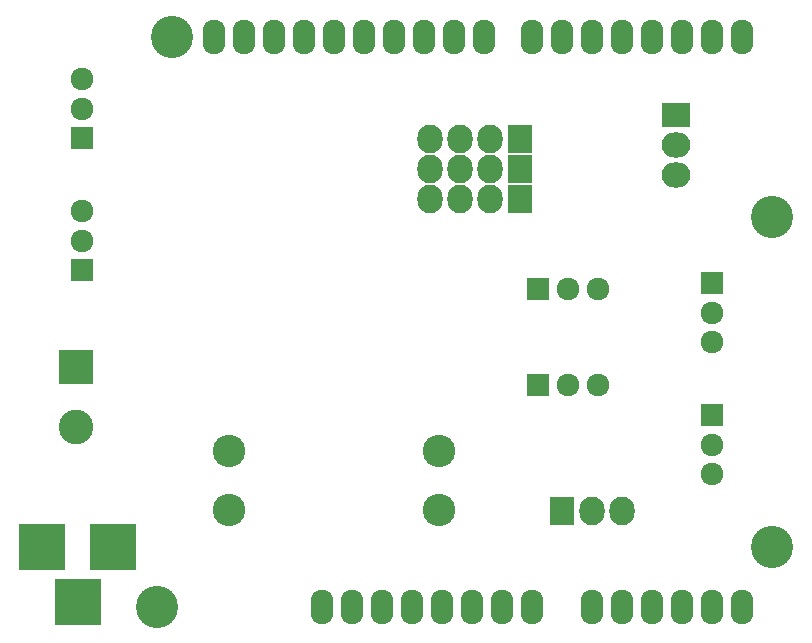
<source format=gbs>
G04 #@! TF.FileFunction,Soldermask,Bot*
%FSLAX46Y46*%
G04 Gerber Fmt 4.6, Leading zero omitted, Abs format (unit mm)*
G04 Created by KiCad (PCBNEW 4.0.1-product) date ven 26 aoû 2016 17:54:14 CEST*
%MOMM*%
G01*
G04 APERTURE LIST*
%ADD10C,0.100000*%
%ADD11R,2.127200X2.432000*%
%ADD12O,2.127200X2.432000*%
%ADD13R,2.940000X2.940000*%
%ADD14C,2.940000*%
%ADD15R,2.432000X2.127200*%
%ADD16O,2.432000X2.127200*%
%ADD17R,1.924000X1.924000*%
%ADD18C,1.924000*%
%ADD19R,3.900120X3.900120*%
%ADD20C,2.749500*%
%ADD21C,3.575000*%
%ADD22O,1.924000X2.940000*%
G04 APERTURE END LIST*
D10*
D11*
X104648000Y-65024000D03*
D12*
X102108000Y-65024000D03*
X99568000Y-65024000D03*
X97028000Y-65024000D03*
D11*
X104648000Y-67564000D03*
D12*
X102108000Y-67564000D03*
X99568000Y-67564000D03*
X97028000Y-67564000D03*
D11*
X104648000Y-70104000D03*
D12*
X102108000Y-70104000D03*
X99568000Y-70104000D03*
X97028000Y-70104000D03*
D11*
X108204000Y-96520000D03*
D12*
X110744000Y-96520000D03*
X113284000Y-96520000D03*
D13*
X67056000Y-84328000D03*
D14*
X67056000Y-89408000D03*
D15*
X117856000Y-62992000D03*
D16*
X117856000Y-65532000D03*
X117856000Y-68072000D03*
D17*
X67564000Y-76160000D03*
D18*
X67564000Y-73660000D03*
X67564000Y-71160000D03*
D17*
X67564000Y-64984000D03*
D18*
X67564000Y-62484000D03*
X67564000Y-59984000D03*
D17*
X120904000Y-88432000D03*
D18*
X120904000Y-90932000D03*
X120904000Y-93432000D03*
D17*
X106212000Y-77724000D03*
D18*
X108712000Y-77724000D03*
X111212000Y-77724000D03*
D17*
X106212000Y-85852000D03*
D18*
X108712000Y-85852000D03*
X111212000Y-85852000D03*
D19*
X70208140Y-99568000D03*
X64208660Y-99568000D03*
X67208400Y-104267000D03*
D17*
X120904000Y-77256000D03*
D18*
X120904000Y-79756000D03*
X120904000Y-82256000D03*
D20*
X97800000Y-91480000D03*
X97800000Y-96480000D03*
X80000000Y-91480000D03*
X80000000Y-96480000D03*
D21*
X125984000Y-71628000D03*
D22*
X105664000Y-56388000D03*
D21*
X73914000Y-104648000D03*
X125984000Y-99568000D03*
X75184000Y-56388000D03*
D22*
X87884000Y-104648000D03*
X90424000Y-104648000D03*
X92964000Y-104648000D03*
X95504000Y-104648000D03*
X98044000Y-104648000D03*
X100584000Y-104648000D03*
X103124000Y-104648000D03*
X105664000Y-104648000D03*
X110744000Y-104648000D03*
X113284000Y-104648000D03*
X115824000Y-104648000D03*
X118364000Y-104648000D03*
X120904000Y-104648000D03*
X123444000Y-104648000D03*
X123444000Y-56388000D03*
X120904000Y-56388000D03*
X118364000Y-56388000D03*
X115824000Y-56388000D03*
X113284000Y-56388000D03*
X110744000Y-56388000D03*
X108204000Y-56388000D03*
X101600000Y-56388000D03*
X99060000Y-56388000D03*
X96520000Y-56388000D03*
X93980000Y-56388000D03*
X91440000Y-56388000D03*
X88900000Y-56388000D03*
X86360000Y-56388000D03*
X83820000Y-56388000D03*
X81280000Y-56388000D03*
X78740000Y-56388000D03*
M02*

</source>
